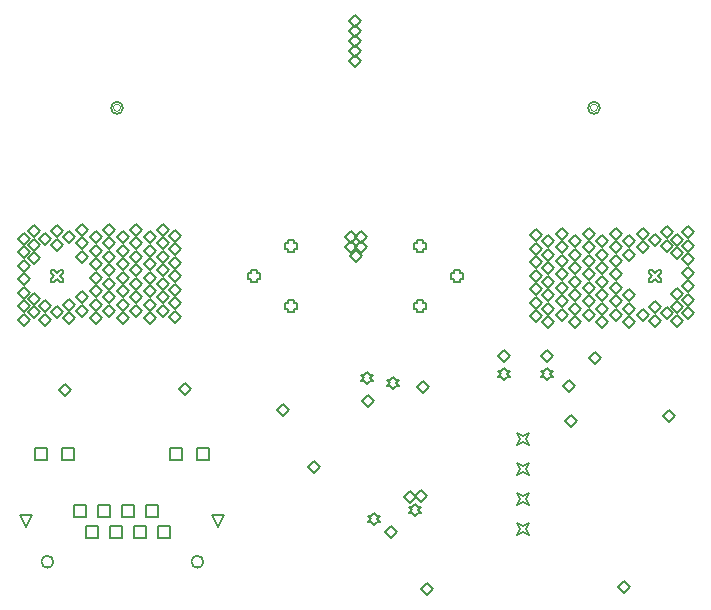
<source format=gbr>
G04*
G04 #@! TF.GenerationSoftware,Altium Limited,Altium Designer,23.8.1 (32)*
G04*
G04 Layer_Color=2752767*
%FSLAX25Y25*%
%MOIN*%
G70*
G04*
G04 #@! TF.SameCoordinates,264EC624-27BF-4E82-BD90-BE7253C1E6FF*
G04*
G04*
G04 #@! TF.FilePolarity,Positive*
G04*
G01*
G75*
%ADD62C,0.00500*%
%ADD63C,0.00667*%
%ADD64C,0.00400*%
D62*
X213000Y107200D02*
X214000D01*
X215000Y108200D01*
X216000Y107200D01*
X217000D01*
Y108200D01*
X216000Y109200D01*
X217000Y110200D01*
Y111200D01*
X216000D01*
X215000Y110200D01*
X214000Y111200D01*
X213000D01*
Y110200D01*
X214000Y109200D01*
X213000Y108200D01*
Y107200D01*
X135800Y118200D02*
Y117200D01*
X137800D01*
Y118200D01*
X138800D01*
Y120200D01*
X137800D01*
Y121200D01*
X135800D01*
Y120200D01*
X134800D01*
Y118200D01*
X135800D01*
X148300Y108200D02*
Y107200D01*
X150300D01*
Y108200D01*
X151300D01*
Y110200D01*
X150300D01*
Y111200D01*
X148300D01*
Y110200D01*
X147300D01*
Y108200D01*
X148300D01*
X135800Y98200D02*
Y97200D01*
X137800D01*
Y98200D01*
X138800D01*
Y100200D01*
X137800D01*
Y101200D01*
X135800D01*
Y100200D01*
X134800D01*
Y98200D01*
X135800D01*
X224000Y123800D02*
X226000Y125800D01*
X228000Y123800D01*
X226000Y121800D01*
X224000Y123800D01*
Y119300D02*
X226000Y121300D01*
X228000Y119300D01*
X226000Y117300D01*
X224000Y119300D01*
Y114800D02*
X226000Y116800D01*
X228000Y114800D01*
X226000Y112800D01*
X224000Y114800D01*
Y110300D02*
X226000Y112300D01*
X228000Y110300D01*
X226000Y108300D01*
X224000Y110300D01*
Y105800D02*
X226000Y107800D01*
X228000Y105800D01*
X226000Y103800D01*
X224000Y105800D01*
Y101300D02*
X226000Y103300D01*
X228000Y101300D01*
X226000Y99300D01*
X224000Y101300D01*
Y96800D02*
X226000Y98800D01*
X228000Y96800D01*
X226000Y94800D01*
X224000Y96800D01*
X220500Y121300D02*
X222500Y123300D01*
X224500Y121300D01*
X222500Y119300D01*
X220500Y121300D01*
Y116800D02*
X222500Y118800D01*
X224500Y116800D01*
X222500Y114800D01*
X220500Y116800D01*
Y103300D02*
X222500Y105300D01*
X224500Y103300D01*
X222500Y101300D01*
X220500Y103300D01*
Y98800D02*
X222500Y100800D01*
X224500Y98800D01*
X222500Y96800D01*
X220500Y98800D01*
Y94300D02*
X222500Y96300D01*
X224500Y94300D01*
X222500Y92300D01*
X220500Y94300D01*
X217000Y123800D02*
X219000Y125800D01*
X221000Y123800D01*
X219000Y121800D01*
X217000Y123800D01*
Y119300D02*
X219000Y121300D01*
X221000Y119300D01*
X219000Y117300D01*
X217000Y119300D01*
Y96800D02*
X219000Y98800D01*
X221000Y96800D01*
X219000Y94800D01*
X217000Y96800D01*
X213000Y121300D02*
X215000Y123300D01*
X217000Y121300D01*
X215000Y119300D01*
X213000Y121300D01*
Y98800D02*
X215000Y100800D01*
X217000Y98800D01*
X215000Y96800D01*
X213000Y98800D01*
Y94300D02*
X215000Y96300D01*
X217000Y94300D01*
X215000Y92300D01*
X213000Y94300D01*
X209000Y123300D02*
X211000Y125300D01*
X213000Y123300D01*
X211000Y121300D01*
X209000Y123300D01*
Y118800D02*
X211000Y120800D01*
X213000Y118800D01*
X211000Y116800D01*
X209000Y118800D01*
Y96300D02*
X211000Y98300D01*
X213000Y96300D01*
X211000Y94300D01*
X209000Y96300D01*
X204500Y120800D02*
X206500Y122800D01*
X208500Y120800D01*
X206500Y118800D01*
X204500Y120800D01*
Y116300D02*
X206500Y118300D01*
X208500Y116300D01*
X206500Y114300D01*
X204500Y116300D01*
Y102800D02*
X206500Y104800D01*
X208500Y102800D01*
X206500Y100800D01*
X204500Y102800D01*
Y98300D02*
X206500Y100300D01*
X208500Y98300D01*
X206500Y96300D01*
X204500Y98300D01*
Y93800D02*
X206500Y95800D01*
X208500Y93800D01*
X206500Y91800D01*
X204500Y93800D01*
X200000Y123300D02*
X202000Y125300D01*
X204000Y123300D01*
X202000Y121300D01*
X200000Y123300D01*
Y118800D02*
X202000Y120800D01*
X204000Y118800D01*
X202000Y116800D01*
X200000Y118800D01*
Y114300D02*
X202000Y116300D01*
X204000Y114300D01*
X202000Y112300D01*
X200000Y114300D01*
Y109800D02*
X202000Y111800D01*
X204000Y109800D01*
X202000Y107800D01*
X200000Y109800D01*
Y105300D02*
X202000Y107300D01*
X204000Y105300D01*
X202000Y103300D01*
X200000Y105300D01*
Y100800D02*
X202000Y102800D01*
X204000Y100800D01*
X202000Y98800D01*
X200000Y100800D01*
Y96300D02*
X202000Y98300D01*
X204000Y96300D01*
X202000Y94300D01*
X200000Y96300D01*
X195500Y120800D02*
X197500Y122800D01*
X199500Y120800D01*
X197500Y118800D01*
X195500Y120800D01*
Y116300D02*
X197500Y118300D01*
X199500Y116300D01*
X197500Y114300D01*
X195500Y116300D01*
Y111800D02*
X197500Y113800D01*
X199500Y111800D01*
X197500Y109800D01*
X195500Y111800D01*
Y107300D02*
X197500Y109300D01*
X199500Y107300D01*
X197500Y105300D01*
X195500Y107300D01*
Y102800D02*
X197500Y104800D01*
X199500Y102800D01*
X197500Y100800D01*
X195500Y102800D01*
Y98300D02*
X197500Y100300D01*
X199500Y98300D01*
X197500Y96300D01*
X195500Y98300D01*
Y93800D02*
X197500Y95800D01*
X199500Y93800D01*
X197500Y91800D01*
X195500Y93800D01*
X191000Y123300D02*
X193000Y125300D01*
X195000Y123300D01*
X193000Y121300D01*
X191000Y123300D01*
Y118800D02*
X193000Y120800D01*
X195000Y118800D01*
X193000Y116800D01*
X191000Y118800D01*
Y114300D02*
X193000Y116300D01*
X195000Y114300D01*
X193000Y112300D01*
X191000Y114300D01*
Y109800D02*
X193000Y111800D01*
X195000Y109800D01*
X193000Y107800D01*
X191000Y109800D01*
Y105300D02*
X193000Y107300D01*
X195000Y105300D01*
X193000Y103300D01*
X191000Y105300D01*
Y100800D02*
X193000Y102800D01*
X195000Y100800D01*
X193000Y98800D01*
X191000Y100800D01*
Y96300D02*
X193000Y98300D01*
X195000Y96300D01*
X193000Y94300D01*
X191000Y96300D01*
X186500Y120800D02*
X188500Y122800D01*
X190500Y120800D01*
X188500Y118800D01*
X186500Y120800D01*
Y116300D02*
X188500Y118300D01*
X190500Y116300D01*
X188500Y114300D01*
X186500Y116300D01*
Y111800D02*
X188500Y113800D01*
X190500Y111800D01*
X188500Y109800D01*
X186500Y111800D01*
Y107300D02*
X188500Y109300D01*
X190500Y107300D01*
X188500Y105300D01*
X186500Y107300D01*
Y102800D02*
X188500Y104800D01*
X190500Y102800D01*
X188500Y100800D01*
X186500Y102800D01*
Y98300D02*
X188500Y100300D01*
X190500Y98300D01*
X188500Y96300D01*
X186500Y98300D01*
Y93800D02*
X188500Y95800D01*
X190500Y93800D01*
X188500Y91800D01*
X186500Y93800D01*
X182000Y123300D02*
X184000Y125300D01*
X186000Y123300D01*
X184000Y121300D01*
X182000Y123300D01*
Y118800D02*
X184000Y120800D01*
X186000Y118800D01*
X184000Y116800D01*
X182000Y118800D01*
Y114300D02*
X184000Y116300D01*
X186000Y114300D01*
X184000Y112300D01*
X182000Y114300D01*
Y109800D02*
X184000Y111800D01*
X186000Y109800D01*
X184000Y107800D01*
X182000Y109800D01*
Y105300D02*
X184000Y107300D01*
X186000Y105300D01*
X184000Y103300D01*
X182000Y105300D01*
Y100800D02*
X184000Y102800D01*
X186000Y100800D01*
X184000Y98800D01*
X182000Y100800D01*
Y96300D02*
X184000Y98300D01*
X186000Y96300D01*
X184000Y94300D01*
X182000Y96300D01*
X177500Y120800D02*
X179500Y122800D01*
X181500Y120800D01*
X179500Y118800D01*
X177500Y120800D01*
Y116300D02*
X179500Y118300D01*
X181500Y116300D01*
X179500Y114300D01*
X177500Y116300D01*
Y111800D02*
X179500Y113800D01*
X181500Y111800D01*
X179500Y109800D01*
X177500Y111800D01*
Y107300D02*
X179500Y109300D01*
X181500Y107300D01*
X179500Y105300D01*
X177500Y107300D01*
Y102800D02*
X179500Y104800D01*
X181500Y102800D01*
X179500Y100800D01*
X177500Y102800D01*
Y98300D02*
X179500Y100300D01*
X181500Y98300D01*
X179500Y96300D01*
X177500Y98300D01*
Y93800D02*
X179500Y95800D01*
X181500Y93800D01*
X179500Y91800D01*
X177500Y93800D01*
X173500Y122800D02*
X175500Y124800D01*
X177500Y122800D01*
X175500Y120800D01*
X173500Y122800D01*
Y118300D02*
X175500Y120300D01*
X177500Y118300D01*
X175500Y116300D01*
X173500Y118300D01*
Y113800D02*
X175500Y115800D01*
X177500Y113800D01*
X175500Y111800D01*
X173500Y113800D01*
Y109300D02*
X175500Y111300D01*
X177500Y109300D01*
X175500Y107300D01*
X173500Y109300D01*
Y104800D02*
X175500Y106800D01*
X177500Y104800D01*
X175500Y102800D01*
X173500Y104800D01*
Y100300D02*
X175500Y102300D01*
X177500Y100300D01*
X175500Y98300D01*
X173500Y100300D01*
Y95800D02*
X175500Y97800D01*
X177500Y95800D01*
X175500Y93800D01*
X173500Y95800D01*
X169100Y22900D02*
X170100Y24900D01*
X169100Y26900D01*
X171100Y25900D01*
X173100Y26900D01*
X172100Y24900D01*
X173100Y22900D01*
X171100Y23900D01*
X169100Y22900D01*
Y32900D02*
X170100Y34900D01*
X169100Y36900D01*
X171100Y35900D01*
X173100Y36900D01*
X172100Y34900D01*
X173100Y32900D01*
X171100Y33900D01*
X169100Y32900D01*
Y42900D02*
X170100Y44900D01*
X169100Y46900D01*
X171100Y45900D01*
X173100Y46900D01*
X172100Y44900D01*
X173100Y42900D01*
X171100Y43900D01*
X169100Y42900D01*
Y52900D02*
X170100Y54900D01*
X169100Y56900D01*
X171100Y55900D01*
X173100Y56900D01*
X172100Y54900D01*
X173100Y52900D01*
X171100Y53900D01*
X169100Y52900D01*
X53200Y122600D02*
X55200Y124600D01*
X57200Y122600D01*
X55200Y120600D01*
X53200Y122600D01*
Y118100D02*
X55200Y120100D01*
X57200Y118100D01*
X55200Y116100D01*
X53200Y118100D01*
Y113600D02*
X55200Y115600D01*
X57200Y113600D01*
X55200Y111600D01*
X53200Y113600D01*
Y109100D02*
X55200Y111100D01*
X57200Y109100D01*
X55200Y107100D01*
X53200Y109100D01*
Y104600D02*
X55200Y106600D01*
X57200Y104600D01*
X55200Y102600D01*
X53200Y104600D01*
Y100100D02*
X55200Y102100D01*
X57200Y100100D01*
X55200Y98100D01*
X53200Y100100D01*
Y95600D02*
X55200Y97600D01*
X57200Y95600D01*
X55200Y93600D01*
X53200Y95600D01*
X49200Y124600D02*
X51200Y126600D01*
X53200Y124600D01*
X51200Y122600D01*
X49200Y124600D01*
Y120100D02*
X51200Y122100D01*
X53200Y120100D01*
X51200Y118100D01*
X49200Y120100D01*
Y115600D02*
X51200Y117600D01*
X53200Y115600D01*
X51200Y113600D01*
X49200Y115600D01*
Y111100D02*
X51200Y113100D01*
X53200Y111100D01*
X51200Y109100D01*
X49200Y111100D01*
Y106600D02*
X51200Y108600D01*
X53200Y106600D01*
X51200Y104600D01*
X49200Y106600D01*
Y102100D02*
X51200Y104100D01*
X53200Y102100D01*
X51200Y100100D01*
X49200Y102100D01*
Y97600D02*
X51200Y99600D01*
X53200Y97600D01*
X51200Y95600D01*
X49200Y97600D01*
X44700Y122100D02*
X46700Y124100D01*
X48700Y122100D01*
X46700Y120100D01*
X44700Y122100D01*
Y117600D02*
X46700Y119600D01*
X48700Y117600D01*
X46700Y115600D01*
X44700Y117600D01*
Y113100D02*
X46700Y115100D01*
X48700Y113100D01*
X46700Y111100D01*
X44700Y113100D01*
Y108600D02*
X46700Y110600D01*
X48700Y108600D01*
X46700Y106600D01*
X44700Y108600D01*
Y104100D02*
X46700Y106100D01*
X48700Y104100D01*
X46700Y102100D01*
X44700Y104100D01*
Y99600D02*
X46700Y101600D01*
X48700Y99600D01*
X46700Y97600D01*
X44700Y99600D01*
Y95100D02*
X46700Y97100D01*
X48700Y95100D01*
X46700Y93100D01*
X44700Y95100D01*
X40200Y124600D02*
X42200Y126600D01*
X44200Y124600D01*
X42200Y122600D01*
X40200Y124600D01*
Y120100D02*
X42200Y122100D01*
X44200Y120100D01*
X42200Y118100D01*
X40200Y120100D01*
Y115600D02*
X42200Y117600D01*
X44200Y115600D01*
X42200Y113600D01*
X40200Y115600D01*
Y111100D02*
X42200Y113100D01*
X44200Y111100D01*
X42200Y109100D01*
X40200Y111100D01*
Y106600D02*
X42200Y108600D01*
X44200Y106600D01*
X42200Y104600D01*
X40200Y106600D01*
Y102100D02*
X42200Y104100D01*
X44200Y102100D01*
X42200Y100100D01*
X40200Y102100D01*
Y97600D02*
X42200Y99600D01*
X44200Y97600D01*
X42200Y95600D01*
X40200Y97600D01*
X35700Y122100D02*
X37700Y124100D01*
X39700Y122100D01*
X37700Y120100D01*
X35700Y122100D01*
Y117600D02*
X37700Y119600D01*
X39700Y117600D01*
X37700Y115600D01*
X35700Y117600D01*
Y113100D02*
X37700Y115100D01*
X39700Y113100D01*
X37700Y111100D01*
X35700Y113100D01*
Y108600D02*
X37700Y110600D01*
X39700Y108600D01*
X37700Y106600D01*
X35700Y108600D01*
Y104100D02*
X37700Y106100D01*
X39700Y104100D01*
X37700Y102100D01*
X35700Y104100D01*
Y99600D02*
X37700Y101600D01*
X39700Y99600D01*
X37700Y97600D01*
X35700Y99600D01*
Y95100D02*
X37700Y97100D01*
X39700Y95100D01*
X37700Y93100D01*
X35700Y95100D01*
X31200Y124600D02*
X33200Y126600D01*
X35200Y124600D01*
X33200Y122600D01*
X31200Y124600D01*
Y120100D02*
X33200Y122100D01*
X35200Y120100D01*
X33200Y118100D01*
X31200Y120100D01*
Y115600D02*
X33200Y117600D01*
X35200Y115600D01*
X33200Y113600D01*
X31200Y115600D01*
Y111100D02*
X33200Y113100D01*
X35200Y111100D01*
X33200Y109100D01*
X31200Y111100D01*
Y106600D02*
X33200Y108600D01*
X35200Y106600D01*
X33200Y104600D01*
X31200Y106600D01*
Y102100D02*
X33200Y104100D01*
X35200Y102100D01*
X33200Y100100D01*
X31200Y102100D01*
Y97600D02*
X33200Y99600D01*
X35200Y97600D01*
X33200Y95600D01*
X31200Y97600D01*
X26700Y122100D02*
X28700Y124100D01*
X30700Y122100D01*
X28700Y120100D01*
X26700Y122100D01*
Y117600D02*
X28700Y119600D01*
X30700Y117600D01*
X28700Y115600D01*
X26700Y117600D01*
Y113100D02*
X28700Y115100D01*
X30700Y113100D01*
X28700Y111100D01*
X26700Y113100D01*
Y108600D02*
X28700Y110600D01*
X30700Y108600D01*
X28700Y106600D01*
X26700Y108600D01*
Y104100D02*
X28700Y106100D01*
X30700Y104100D01*
X28700Y102100D01*
X26700Y104100D01*
Y99600D02*
X28700Y101600D01*
X30700Y99600D01*
X28700Y97600D01*
X26700Y99600D01*
Y95100D02*
X28700Y97100D01*
X30700Y95100D01*
X28700Y93100D01*
X26700Y95100D01*
X22200Y124600D02*
X24200Y126600D01*
X26200Y124600D01*
X24200Y122600D01*
X22200Y124600D01*
Y120100D02*
X24200Y122100D01*
X26200Y120100D01*
X24200Y118100D01*
X22200Y120100D01*
Y115600D02*
X24200Y117600D01*
X26200Y115600D01*
X24200Y113600D01*
X22200Y115600D01*
Y102100D02*
X24200Y104100D01*
X26200Y102100D01*
X24200Y100100D01*
X22200Y102100D01*
Y97600D02*
X24200Y99600D01*
X26200Y97600D01*
X24200Y95600D01*
X22200Y97600D01*
X17700Y122100D02*
X19700Y124100D01*
X21700Y122100D01*
X19700Y120100D01*
X17700Y122100D01*
Y99600D02*
X19700Y101600D01*
X21700Y99600D01*
X19700Y97600D01*
X17700Y99600D01*
Y95100D02*
X19700Y97100D01*
X21700Y95100D01*
X19700Y93100D01*
X17700Y95100D01*
X13700Y124100D02*
X15700Y126100D01*
X17700Y124100D01*
X15700Y122100D01*
X13700Y124100D01*
Y119600D02*
X15700Y121600D01*
X17700Y119600D01*
X15700Y117600D01*
X13700Y119600D01*
Y97100D02*
X15700Y99100D01*
X17700Y97100D01*
X15700Y95100D01*
X13700Y97100D01*
X9700Y121600D02*
X11700Y123600D01*
X13700Y121600D01*
X11700Y119600D01*
X9700Y121600D01*
Y99100D02*
X11700Y101100D01*
X13700Y99100D01*
X11700Y97100D01*
X9700Y99100D01*
Y94600D02*
X11700Y96600D01*
X13700Y94600D01*
X11700Y92600D01*
X9700Y94600D01*
X6200Y124100D02*
X8200Y126100D01*
X10200Y124100D01*
X8200Y122100D01*
X6200Y124100D01*
Y119600D02*
X8200Y121600D01*
X10200Y119600D01*
X8200Y117600D01*
X6200Y119600D01*
Y115100D02*
X8200Y117100D01*
X10200Y115100D01*
X8200Y113100D01*
X6200Y115100D01*
Y101600D02*
X8200Y103600D01*
X10200Y101600D01*
X8200Y99600D01*
X6200Y101600D01*
Y97100D02*
X8200Y99100D01*
X10200Y97100D01*
X8200Y95100D01*
X6200Y97100D01*
X2700Y121600D02*
X4700Y123600D01*
X6700Y121600D01*
X4700Y119600D01*
X2700Y121600D01*
Y117100D02*
X4700Y119100D01*
X6700Y117100D01*
X4700Y115100D01*
X2700Y117100D01*
Y112600D02*
X4700Y114600D01*
X6700Y112600D01*
X4700Y110600D01*
X2700Y112600D01*
Y108100D02*
X4700Y110100D01*
X6700Y108100D01*
X4700Y106100D01*
X2700Y108100D01*
Y103600D02*
X4700Y105600D01*
X6700Y103600D01*
X4700Y101600D01*
X2700Y103600D01*
Y99100D02*
X4700Y101100D01*
X6700Y99100D01*
X4700Y97100D01*
X2700Y99100D01*
Y94600D02*
X4700Y96600D01*
X6700Y94600D01*
X4700Y92600D01*
X2700Y94600D01*
X92900Y118200D02*
Y117200D01*
X94900D01*
Y118200D01*
X95900D01*
Y120200D01*
X94900D01*
Y121200D01*
X92900D01*
Y120200D01*
X91900D01*
Y118200D01*
X92900D01*
X80400Y108200D02*
Y107200D01*
X82400D01*
Y108200D01*
X83400D01*
Y110200D01*
X82400D01*
Y111200D01*
X80400D01*
Y110200D01*
X79400D01*
Y108200D01*
X80400D01*
X92900Y98200D02*
Y97200D01*
X94900D01*
Y98200D01*
X95900D01*
Y100200D01*
X94900D01*
Y101200D01*
X92900D01*
Y100200D01*
X91900D01*
Y98200D01*
X92900D01*
X13700Y107200D02*
X14700D01*
X15700Y108200D01*
X16700Y107200D01*
X17700D01*
Y108200D01*
X16700Y109200D01*
X17700Y110200D01*
Y111200D01*
X16700D01*
X15700Y110200D01*
X14700Y111200D01*
X13700D01*
Y110200D01*
X14700Y109200D01*
X13700Y108200D01*
Y107200D01*
X49600Y21900D02*
Y25900D01*
X53600D01*
Y21900D01*
X49600D01*
X45575Y28900D02*
Y32900D01*
X49575D01*
Y28900D01*
X45575D01*
X41575Y21900D02*
Y25900D01*
X45575D01*
Y21900D01*
X41575D01*
X37525Y28900D02*
Y32900D01*
X41525D01*
Y28900D01*
X37525D01*
X33550Y21900D02*
Y25900D01*
X37550D01*
Y21900D01*
X33550D01*
X29525Y28900D02*
Y32900D01*
X33525D01*
Y28900D01*
X29525D01*
X25525Y21900D02*
Y25900D01*
X29525D01*
Y21900D01*
X25525D01*
X21500Y28900D02*
Y32900D01*
X25500D01*
Y28900D01*
X21500D01*
X62600Y47900D02*
Y51900D01*
X66600D01*
Y47900D01*
X62600D01*
X53600D02*
Y51900D01*
X57600D01*
Y47900D01*
X53600D01*
X17600D02*
Y51900D01*
X21600D01*
Y47900D01*
X17600D01*
X8600D02*
Y51900D01*
X12600D01*
Y47900D01*
X8600D01*
X5600Y25400D02*
X3600Y29400D01*
X7600D01*
X5600Y25400D01*
X69600D02*
X67600Y29400D01*
X71600D01*
X69600Y25400D01*
X179300Y74600D02*
X180300Y75600D01*
X181300D01*
X180300Y76600D01*
X181300Y77600D01*
X180300D01*
X179300Y78600D01*
X178300Y77600D01*
X177300D01*
X178300Y76600D01*
X177300Y75600D01*
X178300D01*
X179300Y74600D01*
X164900D02*
X165900Y75600D01*
X166900D01*
X165900Y76600D01*
X166900Y77600D01*
X165900D01*
X164900Y78600D01*
X163900Y77600D01*
X162900D01*
X163900Y76600D01*
X162900Y75600D01*
X163900D01*
X164900Y74600D01*
X162900Y82500D02*
X164900Y84500D01*
X166900Y82500D01*
X164900Y80500D01*
X162900Y82500D01*
X177300D02*
X179300Y84500D01*
X181300Y82500D01*
X179300Y80500D01*
X177300Y82500D01*
X193100Y81900D02*
X195100Y83900D01*
X197100Y81900D01*
X195100Y79900D01*
X193100Y81900D01*
X131600Y35600D02*
X133600Y37600D01*
X135600Y35600D01*
X133600Y33600D01*
X131600Y35600D01*
X135200Y35700D02*
X137200Y37700D01*
X139200Y35700D01*
X137200Y33700D01*
X135200Y35700D01*
Y29000D02*
X136200Y30000D01*
X137200D01*
X136200Y31000D01*
X137200Y32000D01*
X136200D01*
X135200Y33000D01*
X134200Y32000D01*
X133200D01*
X134200Y31000D01*
X133200Y30000D01*
X134200D01*
X135200Y29000D01*
X121500Y26100D02*
X122500Y27100D01*
X123500D01*
X122500Y28100D01*
X123500Y29100D01*
X122500D01*
X121500Y30100D01*
X120500Y29100D01*
X119500D01*
X120500Y28100D01*
X119500Y27100D01*
X120500D01*
X121500Y26100D01*
X125000Y23900D02*
X127000Y25900D01*
X129000Y23900D01*
X127000Y21900D01*
X125000Y23900D01*
X119000Y73300D02*
X120000Y74300D01*
X121000D01*
X120000Y75300D01*
X121000Y76300D01*
X120000D01*
X119000Y77300D01*
X118000Y76300D01*
X117000D01*
X118000Y75300D01*
X117000Y74300D01*
X118000D01*
X119000Y73300D01*
X117500Y67400D02*
X119500Y69400D01*
X121500Y67400D01*
X119500Y65400D01*
X117500Y67400D01*
X137275Y4925D02*
X139275Y6925D01*
X141275Y4925D01*
X139275Y2925D01*
X137275Y4925D01*
X99430Y45568D02*
X101430Y47568D01*
X103430Y45568D01*
X101430Y43568D01*
X99430Y45568D01*
X89300Y64500D02*
X91300Y66500D01*
X93300Y64500D01*
X91300Y62500D01*
X89300Y64500D01*
X115200Y118900D02*
X117200Y120900D01*
X119200Y118900D01*
X117200Y116900D01*
X115200Y118900D01*
X111800D02*
X113800Y120900D01*
X115800Y118900D01*
X113800Y116900D01*
X111800Y118900D01*
X135900Y72300D02*
X137900Y74300D01*
X139900Y72300D01*
X137900Y70300D01*
X135900Y72300D01*
X217700Y62400D02*
X219700Y64400D01*
X221700Y62400D01*
X219700Y60400D01*
X217700Y62400D01*
X115200Y122200D02*
X117200Y124200D01*
X119200Y122200D01*
X117200Y120200D01*
X115200Y122200D01*
X113500Y115800D02*
X115500Y117800D01*
X117500Y115800D01*
X115500Y113800D01*
X113500Y115800D01*
X111800Y122200D02*
X113800Y124200D01*
X115800Y122200D01*
X113800Y120200D01*
X111800Y122200D01*
X113300Y180800D02*
X115300Y182800D01*
X117300Y180800D01*
X115300Y178800D01*
X113300Y180800D01*
Y184100D02*
X115300Y186100D01*
X117300Y184100D01*
X115300Y182100D01*
X113300Y184100D01*
Y187600D02*
X115300Y189600D01*
X117300Y187600D01*
X115300Y185600D01*
X113300Y187600D01*
Y190900D02*
X115300Y192900D01*
X117300Y190900D01*
X115300Y188900D01*
X113300Y190900D01*
Y194200D02*
X115300Y196200D01*
X117300Y194200D01*
X115300Y192200D01*
X113300Y194200D01*
X56400Y71600D02*
X58400Y73600D01*
X60400Y71600D01*
X58400Y69600D01*
X56400Y71600D01*
X16500Y71000D02*
X18500Y73000D01*
X20500Y71000D01*
X18500Y69000D01*
X16500Y71000D01*
X185160Y60762D02*
X187160Y62762D01*
X189160Y60762D01*
X187160Y58762D01*
X185160Y60762D01*
X184500Y72600D02*
X186500Y74600D01*
X188500Y72600D01*
X186500Y70600D01*
X184500Y72600D01*
X127700Y71400D02*
X128700Y72400D01*
X129700D01*
X128700Y73400D01*
X129700Y74400D01*
X128700D01*
X127700Y75400D01*
X126700Y74400D01*
X125700D01*
X126700Y73400D01*
X125700Y72400D01*
X126700D01*
X127700Y71400D01*
X202900Y5500D02*
X204900Y7500D01*
X206900Y5500D01*
X204900Y3500D01*
X202900Y5500D01*
D63*
X196800Y165200D02*
G03*
X196800Y165200I-2000J0D01*
G01*
X37800D02*
G03*
X37800Y165200I-2000J0D01*
G01*
X14600Y13900D02*
G03*
X14600Y13900I-2000J0D01*
G01*
X64600D02*
G03*
X64600Y13900I-2000J0D01*
G01*
D64*
X196000Y165200D02*
G03*
X196000Y165200I-1200J0D01*
G01*
X37000D02*
G03*
X37000Y165200I-1200J0D01*
G01*
M02*

</source>
